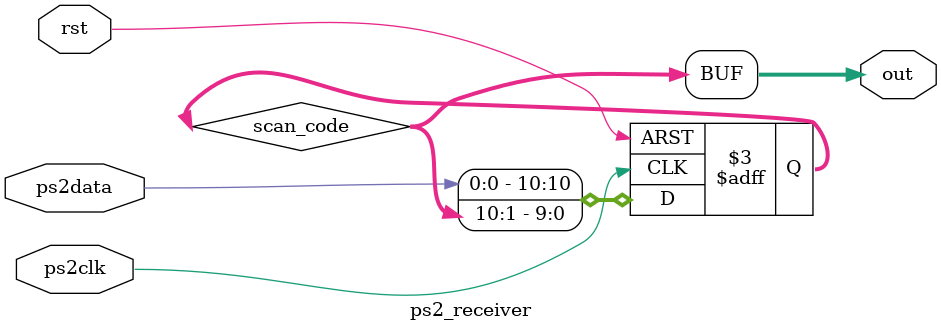
<source format=v>
`timescale 1ns / 1ps


module ps2_receiver(
    input wire ps2clk,
    input wire ps2data,
    input wire rst,
    output wire [10:0] out
    );
//setup

//LED driver
reg [10:0] scan_code;

//shiftreg action
always @(negedge ps2clk or negedge rst)
begin
    if(!rst)
        scan_code<=0;
    else
        scan_code <= {ps2data, scan_code[10:1]};
end

//LED output
assign out[10:0] = scan_code[10:0];


endmodule

</source>
